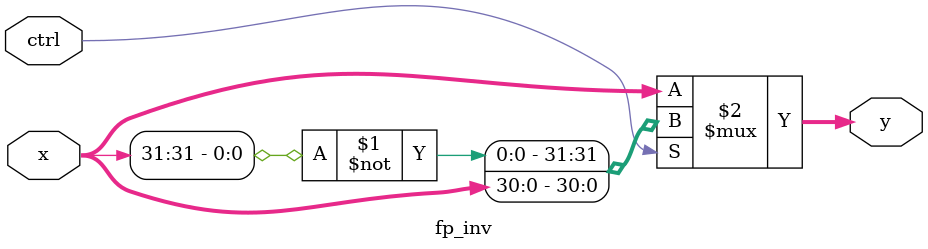
<source format=v>
module fp_inv (x,ctrl,y);
    input [31:0] x;
    input ctrl;
    output [31:0] y;

    assign y = ctrl ? {~x[31],x[30:0]} : x;

endmodule

</source>
